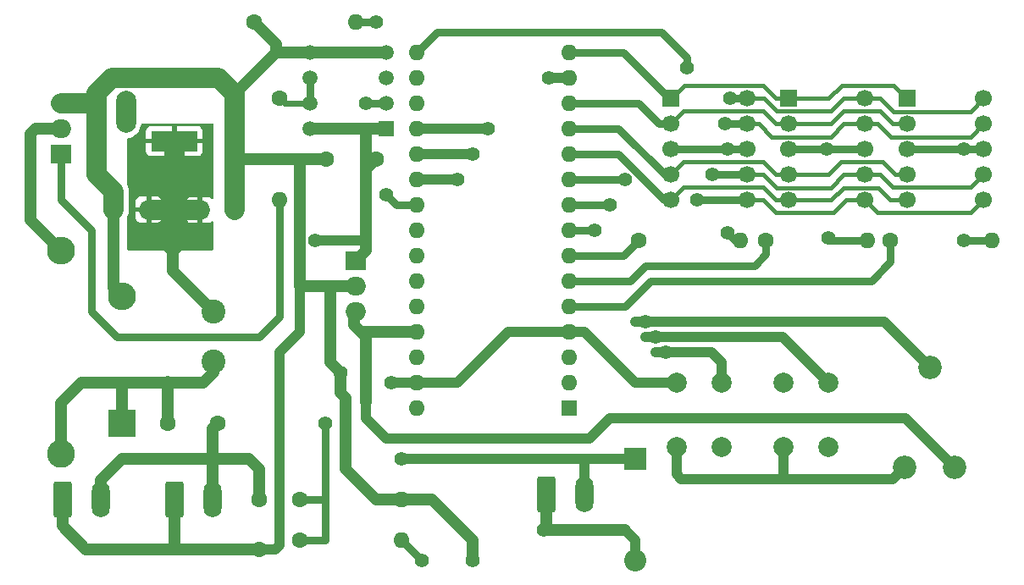
<source format=gbr>
%TF.GenerationSoftware,KiCad,Pcbnew,8.0.8*%
%TF.CreationDate,2025-02-27T09:53:06+01:00*%
%TF.ProjectId,nebulizer,6e656275-6c69-47a6-9572-2e6b69636164,rev?*%
%TF.SameCoordinates,Original*%
%TF.FileFunction,Copper,L2,Bot*%
%TF.FilePolarity,Positive*%
%FSLAX46Y46*%
G04 Gerber Fmt 4.6, Leading zero omitted, Abs format (unit mm)*
G04 Created by KiCad (PCBNEW 8.0.8) date 2025-02-27 09:53:06*
%MOMM*%
%LPD*%
G01*
G04 APERTURE LIST*
G04 Aperture macros list*
%AMRoundRect*
0 Rectangle with rounded corners*
0 $1 Rounding radius*
0 $2 $3 $4 $5 $6 $7 $8 $9 X,Y pos of 4 corners*
0 Add a 4 corners polygon primitive as box body*
4,1,4,$2,$3,$4,$5,$6,$7,$8,$9,$2,$3,0*
0 Add four circle primitives for the rounded corners*
1,1,$1+$1,$2,$3*
1,1,$1+$1,$4,$5*
1,1,$1+$1,$6,$7*
1,1,$1+$1,$8,$9*
0 Add four rect primitives between the rounded corners*
20,1,$1+$1,$2,$3,$4,$5,0*
20,1,$1+$1,$4,$5,$6,$7,0*
20,1,$1+$1,$6,$7,$8,$9,0*
20,1,$1+$1,$8,$9,$2,$3,0*%
G04 Aperture macros list end*
%TA.AperFunction,ComponentPad*%
%ADD10C,2.340000*%
%TD*%
%TA.AperFunction,ComponentPad*%
%ADD11RoundRect,0.250000X-0.650000X-1.550000X0.650000X-1.550000X0.650000X1.550000X-0.650000X1.550000X0*%
%TD*%
%TA.AperFunction,ComponentPad*%
%ADD12O,1.800000X3.600000*%
%TD*%
%TA.AperFunction,ComponentPad*%
%ADD13C,1.600000*%
%TD*%
%TA.AperFunction,ComponentPad*%
%ADD14O,1.600000X1.600000*%
%TD*%
%TA.AperFunction,ComponentPad*%
%ADD15R,1.700000X1.700000*%
%TD*%
%TA.AperFunction,ComponentPad*%
%ADD16C,1.700000*%
%TD*%
%TA.AperFunction,ComponentPad*%
%ADD17R,2.000000X1.905000*%
%TD*%
%TA.AperFunction,ComponentPad*%
%ADD18O,2.000000X1.905000*%
%TD*%
%TA.AperFunction,ComponentPad*%
%ADD19R,1.600000X1.600000*%
%TD*%
%TA.AperFunction,ComponentPad*%
%ADD20R,2.200000X2.200000*%
%TD*%
%TA.AperFunction,ComponentPad*%
%ADD21O,2.200000X2.200000*%
%TD*%
%TA.AperFunction,ComponentPad*%
%ADD22C,2.800000*%
%TD*%
%TA.AperFunction,ComponentPad*%
%ADD23O,2.800000X2.800000*%
%TD*%
%TA.AperFunction,ComponentPad*%
%ADD24R,4.600000X2.000000*%
%TD*%
%TA.AperFunction,ComponentPad*%
%ADD25O,4.200000X2.000000*%
%TD*%
%TA.AperFunction,ComponentPad*%
%ADD26O,2.000000X4.200000*%
%TD*%
%TA.AperFunction,ComponentPad*%
%ADD27R,1.200000X1.200000*%
%TD*%
%TA.AperFunction,ComponentPad*%
%ADD28C,1.200000*%
%TD*%
%TA.AperFunction,ComponentPad*%
%ADD29R,1.498600X1.498600*%
%TD*%
%TA.AperFunction,ComponentPad*%
%ADD30C,1.498600*%
%TD*%
%TA.AperFunction,ComponentPad*%
%ADD31C,2.400000*%
%TD*%
%TA.AperFunction,ComponentPad*%
%ADD32C,2.000000*%
%TD*%
%TA.AperFunction,ComponentPad*%
%ADD33R,2.800000X2.800000*%
%TD*%
%TA.AperFunction,ViaPad*%
%ADD34C,1.400000*%
%TD*%
%TA.AperFunction,Conductor*%
%ADD35C,0.400000*%
%TD*%
%TA.AperFunction,Conductor*%
%ADD36C,0.800000*%
%TD*%
%TA.AperFunction,Conductor*%
%ADD37C,2.000000*%
%TD*%
%TA.AperFunction,Conductor*%
%ADD38C,1.000000*%
%TD*%
%TA.AperFunction,Conductor*%
%ADD39C,1.200000*%
%TD*%
%TA.AperFunction,Conductor*%
%ADD40C,0.600000*%
%TD*%
G04 APERTURE END LIST*
D10*
%TO.P,RV1,1,1*%
%TO.N,+5V*%
X125944000Y-68928000D03*
%TO.P,RV1,2,2*%
%TO.N,Net-(A1-A0)*%
X123444000Y-58928000D03*
%TO.P,RV1,3,3*%
%TO.N,GND*%
X120944000Y-68928000D03*
%TD*%
D11*
%TO.P,J1,1,Pin_1*%
%TO.N,GND*%
X36724000Y-72186000D03*
D12*
%TO.P,J1,2,Pin_2*%
%TO.N,Net-(J1-Pin_2)*%
X40534000Y-72186000D03*
%TD*%
D13*
%TO.P,R2,1*%
%TO.N,DIG_2*%
X107000000Y-46230000D03*
D14*
%TO.P,R2,2*%
%TO.N,Net-(R2-Pad2)*%
X117160000Y-46230000D03*
%TD*%
D15*
%TO.P,U1,1,G*%
%TO.N,SEG_G*%
X97536000Y-32070000D03*
D16*
%TO.P,U1,2,F*%
%TO.N,SEG_F*%
X97536000Y-34610000D03*
%TO.P,U1,3,CC*%
%TO.N,Net-(R3-Pad2)*%
X97536000Y-37150000D03*
%TO.P,U1,4,E*%
%TO.N,SEG_E*%
X97536000Y-39690000D03*
%TO.P,U1,5,D*%
%TO.N,SEG_D*%
X97536000Y-42230000D03*
%TO.P,U1,6,DP*%
%TO.N,SEG_DP*%
X105156000Y-42230000D03*
%TO.P,U1,7,C*%
%TO.N,SEG_C*%
X105156000Y-39690000D03*
%TO.P,U1,8,CC*%
%TO.N,Net-(R3-Pad2)*%
X105156000Y-37150000D03*
%TO.P,U1,9,B*%
%TO.N,SEG_B*%
X105156000Y-34610000D03*
%TO.P,U1,10,A*%
%TO.N,SEG_A*%
X105156000Y-32070000D03*
%TD*%
D11*
%TO.P,J2,1,Pin_1*%
%TO.N,GND*%
X47894000Y-72186000D03*
D12*
%TO.P,J2,2,Pin_2*%
%TO.N,Net-(J1-Pin_2)*%
X51704000Y-72186000D03*
%TD*%
D13*
%TO.P,C1,1*%
%TO.N,Net-(D1-A1)*%
X47218000Y-64566000D03*
%TO.P,C1,2*%
%TO.N,Net-(J1-Pin_2)*%
X52218000Y-64566000D03*
%TD*%
D17*
%TO.P,U5,1,IN*%
%TO.N,+12V*%
X66040000Y-48260000D03*
D18*
%TO.P,U5,2,GND*%
%TO.N,GND*%
X66040000Y-50800000D03*
%TO.P,U5,3,OUT*%
%TO.N,+5V*%
X66040000Y-53340000D03*
%TD*%
D13*
%TO.P,R6,1*%
%TO.N,Pumpe*%
X60451000Y-76214000D03*
D14*
%TO.P,R6,2*%
%TO.N,Net-(Q2-G)*%
X70611000Y-76214000D03*
%TD*%
D19*
%TO.P,C3,1*%
%TO.N,+12V*%
X45354000Y-43180000D03*
D13*
%TO.P,C3,2*%
%TO.N,GND*%
X41854000Y-43180000D03*
%TD*%
D20*
%TO.P,D2,1,K*%
%TO.N,+12V*%
X93980000Y-68072000D03*
D21*
%TO.P,D2,2,A*%
%TO.N,Net-(D2-A)*%
X93980000Y-78232000D03*
%TD*%
D13*
%TO.P,R8,1*%
%TO.N,GND*%
X55880000Y-24384000D03*
D14*
%TO.P,R8,2*%
%TO.N,Net-(A1-D11)*%
X66040000Y-24384000D03*
%TD*%
D19*
%TO.P,A1,1,D1/TX*%
%TO.N,unconnected-(A1-D1{slash}TX-Pad1)*%
X87376000Y-62992000D03*
D14*
%TO.P,A1,2,D0/RX*%
%TO.N,unconnected-(A1-D0{slash}RX-Pad2)*%
X87376000Y-60452000D03*
%TO.P,A1,3,~{RESET}*%
%TO.N,unconnected-(A1-~{RESET}-Pad3)*%
X87376000Y-57912000D03*
%TO.P,A1,4,GND*%
%TO.N,GND*%
X87376000Y-55372000D03*
%TO.P,A1,5,D2*%
%TO.N,DIG_1*%
X87376000Y-52832000D03*
%TO.P,A1,6,D3*%
%TO.N,DIG_2*%
X87376000Y-50292000D03*
%TO.P,A1,7,D4*%
%TO.N,DIG_3*%
X87376000Y-47752000D03*
%TO.P,A1,8,D5*%
%TO.N,SEG_A*%
X87376000Y-45212000D03*
%TO.P,A1,9,D6*%
%TO.N,SEG_B*%
X87376000Y-42672000D03*
%TO.P,A1,10,D7*%
%TO.N,SEG_C*%
X87376000Y-40132000D03*
%TO.P,A1,11,D8*%
%TO.N,SEG_D*%
X87376000Y-37592000D03*
%TO.P,A1,12,D9*%
%TO.N,SEG_E*%
X87376000Y-35052000D03*
%TO.P,A1,13,D10*%
%TO.N,SEG_F*%
X87376000Y-32512000D03*
%TO.P,A1,14,D11*%
%TO.N,Net-(A1-D11)*%
X87376000Y-29972000D03*
%TO.P,A1,15,D12*%
%TO.N,SEG_G*%
X87376000Y-27432000D03*
%TO.P,A1,16,D13*%
%TO.N,SEG_DP*%
X72136000Y-27432000D03*
%TO.P,A1,17,3V3*%
%TO.N,unconnected-(A1-3V3-Pad17)*%
X72136000Y-29972000D03*
%TO.P,A1,18,AREF*%
%TO.N,unconnected-(A1-AREF-Pad18)*%
X72136000Y-32512000D03*
%TO.P,A1,19,A0*%
%TO.N,Net-(A1-A0)*%
X72136000Y-35052000D03*
%TO.P,A1,20,A1*%
%TO.N,Net-(A1-A1)*%
X72136000Y-37592000D03*
%TO.P,A1,21,A2*%
%TO.N,Net-(A1-A2)*%
X72136000Y-40132000D03*
%TO.P,A1,22,A3*%
%TO.N,Pumpe*%
X72136000Y-42672000D03*
%TO.P,A1,23,A4*%
%TO.N,unconnected-(A1-A4-Pad23)*%
X72136000Y-45212000D03*
%TO.P,A1,24,A5*%
%TO.N,unconnected-(A1-A5-Pad24)*%
X72136000Y-47752000D03*
%TO.P,A1,25,A6*%
%TO.N,unconnected-(A1-A6-Pad25)*%
X72136000Y-50292000D03*
%TO.P,A1,26,A7*%
%TO.N,unconnected-(A1-A7-Pad26)*%
X72136000Y-52832000D03*
%TO.P,A1,27,+5V*%
%TO.N,+5V*%
X72136000Y-55372000D03*
%TO.P,A1,28,~{RESET}*%
%TO.N,unconnected-(A1-~{RESET}-Pad28)*%
X72136000Y-57912000D03*
%TO.P,A1,29,GND*%
%TO.N,GND*%
X72136000Y-60452000D03*
%TO.P,A1,30,VIN*%
%TO.N,unconnected-(A1-VIN-Pad30)*%
X72136000Y-62992000D03*
%TD*%
D22*
%TO.P,R5,1*%
%TO.N,Net-(D1-A1)*%
X36576000Y-67564000D03*
D23*
%TO.P,R5,2*%
%TO.N,Net-(Q1-D)*%
X36576000Y-47244000D03*
%TD*%
D24*
%TO.P,J4,1*%
%TO.N,+12V*%
X47894000Y-36322000D03*
D25*
%TO.P,J4,2*%
%TO.N,GND*%
X47894000Y-30022000D03*
D26*
%TO.P,J4,3*%
%TO.N,unconnected-(J4-Pad3)*%
X43094000Y-33422000D03*
%TD*%
D15*
%TO.P,U3,1,G*%
%TO.N,SEG_G*%
X121146000Y-32070000D03*
D16*
%TO.P,U3,2,F*%
%TO.N,SEG_F*%
X121146000Y-34610000D03*
%TO.P,U3,3,CC*%
%TO.N,Net-(R1-Pad2)*%
X121146000Y-37150000D03*
%TO.P,U3,4,E*%
%TO.N,SEG_E*%
X121146000Y-39690000D03*
%TO.P,U3,5,D*%
%TO.N,SEG_D*%
X121146000Y-42230000D03*
%TO.P,U3,6,DP*%
%TO.N,SEG_DP*%
X128766000Y-42230000D03*
%TO.P,U3,7,C*%
%TO.N,SEG_C*%
X128766000Y-39690000D03*
%TO.P,U3,8,CC*%
%TO.N,Net-(R1-Pad2)*%
X128766000Y-37150000D03*
%TO.P,U3,9,B*%
%TO.N,SEG_B*%
X128766000Y-34610000D03*
%TO.P,U3,10,A*%
%TO.N,SEG_A*%
X128766000Y-32070000D03*
%TD*%
D27*
%TO.P,C5,1*%
%TO.N,+5V*%
X67056000Y-61976000D03*
D28*
%TO.P,C5,2*%
%TO.N,GND*%
X65056000Y-61976000D03*
%TD*%
D13*
%TO.P,C4,1*%
%TO.N,GND*%
X63072000Y-38100000D03*
%TO.P,C4,2*%
%TO.N,+12V*%
X68072000Y-38100000D03*
%TD*%
D17*
%TO.P,Q1,1,G*%
%TO.N,Net-(Q1-G)*%
X36576000Y-37592000D03*
D18*
%TO.P,Q1,2,D*%
%TO.N,Net-(Q1-D)*%
X36576000Y-35052000D03*
%TO.P,Q1,3,S*%
%TO.N,GND*%
X36576000Y-32512000D03*
%TD*%
D13*
%TO.P,C2,1*%
%TO.N,GND*%
X56388000Y-77136000D03*
%TO.P,C2,2*%
%TO.N,Net-(J1-Pin_2)*%
X56388000Y-72136000D03*
%TD*%
D29*
%TO.P,U4,1,VDD_2*%
%TO.N,+12V*%
X69088000Y-35052000D03*
D30*
%TO.P,U4,2,INPUT*%
%TO.N,Net-(A1-D11)*%
X69088000Y-32512000D03*
%TO.P,U4,3,NC*%
%TO.N,unconnected-(U4-NC-Pad3)*%
X69088000Y-29972000D03*
%TO.P,U4,4,GND_2*%
%TO.N,GND*%
X69088000Y-27432000D03*
%TO.P,U4,5,GND*%
X61468000Y-27432000D03*
%TO.P,U4,6,~OUT_2*%
%TO.N,Net-(U4-~OUT)*%
X61468000Y-29972000D03*
%TO.P,U4,7,~OUT*%
X61468000Y-32512000D03*
%TO.P,U4,8,VDD*%
%TO.N,+12V*%
X61468000Y-35052000D03*
%TD*%
D31*
%TO.P,L1,1,1*%
%TO.N,+12V*%
X51816000Y-53380000D03*
%TO.P,L1,2,2*%
%TO.N,Net-(D1-A1)*%
X51816000Y-58380000D03*
%TD*%
D19*
%TO.P,C6,1*%
%TO.N,+12V*%
X50434000Y-43230000D03*
D13*
%TO.P,C6,2*%
%TO.N,GND*%
X53934000Y-43230000D03*
%TD*%
%TO.P,R3,1*%
%TO.N,DIG_3*%
X94300000Y-46230000D03*
D14*
%TO.P,R3,2*%
%TO.N,Net-(R3-Pad2)*%
X104460000Y-46230000D03*
%TD*%
D32*
%TO.P,SW1,1,1*%
%TO.N,GND*%
X108784000Y-66952000D03*
X108784000Y-60452000D03*
%TO.P,SW1,2,2*%
%TO.N,Net-(A1-A1)*%
X113284000Y-66952000D03*
X113284000Y-60452000D03*
%TD*%
D15*
%TO.P,U2,1,G*%
%TO.N,SEG_G*%
X109341000Y-32070000D03*
D16*
%TO.P,U2,2,F*%
%TO.N,SEG_F*%
X109341000Y-34610000D03*
%TO.P,U2,3,CC*%
%TO.N,Net-(R2-Pad2)*%
X109341000Y-37150000D03*
%TO.P,U2,4,E*%
%TO.N,SEG_E*%
X109341000Y-39690000D03*
%TO.P,U2,5,D*%
%TO.N,SEG_D*%
X109341000Y-42230000D03*
%TO.P,U2,6,DP*%
%TO.N,SEG_DP*%
X116961000Y-42230000D03*
%TO.P,U2,7,C*%
%TO.N,SEG_C*%
X116961000Y-39690000D03*
%TO.P,U2,8,CC*%
%TO.N,Net-(R2-Pad2)*%
X116961000Y-37150000D03*
%TO.P,U2,9,B*%
%TO.N,SEG_B*%
X116961000Y-34610000D03*
%TO.P,U2,10,A*%
%TO.N,SEG_A*%
X116961000Y-32070000D03*
%TD*%
D11*
%TO.P,J3,1,Pin_1*%
%TO.N,Net-(D2-A)*%
X85088000Y-71628000D03*
D12*
%TO.P,J3,2,Pin_2*%
%TO.N,+12V*%
X88898000Y-71628000D03*
%TD*%
D33*
%TO.P,D1,1,A1*%
%TO.N,Net-(D1-A1)*%
X42672000Y-64516000D03*
D23*
%TO.P,D1,2,A2*%
%TO.N,GND*%
X42672000Y-51816000D03*
%TD*%
D32*
%TO.P,SW2,1,1*%
%TO.N,GND*%
X98116000Y-66952000D03*
X98116000Y-60452000D03*
%TO.P,SW2,2,2*%
%TO.N,Net-(A1-A2)*%
X102616000Y-66952000D03*
X102616000Y-60452000D03*
%TD*%
D13*
%TO.P,R4,1*%
%TO.N,Net-(U4-~OUT)*%
X58420000Y-32004000D03*
D14*
%TO.P,R4,2*%
%TO.N,Net-(Q1-G)*%
X58420000Y-42164000D03*
%TD*%
D13*
%TO.P,R1,1*%
%TO.N,DIG_1*%
X119500000Y-46230000D03*
D14*
%TO.P,R1,2*%
%TO.N,Net-(R1-Pad2)*%
X129660000Y-46230000D03*
%TD*%
D13*
%TO.P,R7,1*%
%TO.N,Pumpe*%
X60451000Y-72136000D03*
D14*
%TO.P,R7,2*%
%TO.N,GND*%
X70611000Y-72136000D03*
%TD*%
D34*
%TO.N,SEG_A*%
X89916000Y-45212000D03*
X103444000Y-32070000D03*
%TO.N,GND*%
X64516000Y-59436000D03*
X69596000Y-60452000D03*
X77723000Y-78232000D03*
%TO.N,SEG_B*%
X91440000Y-42672000D03*
X102936000Y-34544000D03*
%TO.N,SEG_DP*%
X99126000Y-28956000D03*
X100142000Y-42164000D03*
%TO.N,SEG_C*%
X101666000Y-39624000D03*
X92964000Y-40132000D03*
%TO.N,Net-(R1-Pad2)*%
X126812000Y-37084000D03*
X126812000Y-46228000D03*
%TO.N,Net-(R2-Pad2)*%
X113260000Y-45974000D03*
X113096000Y-37150000D03*
%TO.N,Net-(R3-Pad2)*%
X103190000Y-37150000D03*
X103190000Y-45466000D03*
%TO.N,Net-(A1-A0)*%
X94996000Y-54356000D03*
X79248000Y-35052000D03*
%TO.N,Net-(A1-A1)*%
X77724000Y-37592000D03*
X96012000Y-55880000D03*
%TO.N,Pumpe*%
X69088000Y-41656000D03*
X62992000Y-64516000D03*
%TO.N,Net-(A1-D11)*%
X69088000Y-32512000D03*
X68072000Y-24384000D03*
X67056000Y-32512000D03*
X85344000Y-29972000D03*
%TO.N,+12V*%
X47752000Y-46736000D03*
X61952000Y-46228000D03*
X50800000Y-46228000D03*
X70612000Y-68072000D03*
%TO.N,Net-(D2-A)*%
X84835000Y-75184000D03*
%TO.N,Net-(Q2-G)*%
X72643000Y-78232000D03*
%TO.N,Net-(A1-A2)*%
X97028000Y-57404000D03*
X76200000Y-40132000D03*
%TO.N,Net-(D1-A1)*%
X47244000Y-60452000D03*
%TD*%
D35*
%TO.N,SEG_A*%
X127476000Y-33360000D02*
X128766000Y-32070000D01*
D36*
X103444000Y-32070000D02*
X105156000Y-32070000D01*
D35*
X114808000Y-32070000D02*
X116961000Y-32070000D01*
X113558000Y-33320000D02*
X114808000Y-32070000D01*
X118496000Y-32070000D02*
X119786000Y-33360000D01*
D36*
X87376000Y-45212000D02*
X89916000Y-45212000D01*
D35*
X106841000Y-32070000D02*
X108091000Y-33320000D01*
X119786000Y-33360000D02*
X127476000Y-33360000D01*
X105156000Y-32070000D02*
X106841000Y-32070000D01*
X108091000Y-33320000D02*
X113558000Y-33320000D01*
X116961000Y-32070000D02*
X118496000Y-32070000D01*
D37*
%TO.N,GND*%
X52274000Y-30022000D02*
X47894000Y-30022000D01*
D38*
X98552000Y-70104000D02*
X108712000Y-70104000D01*
D39*
X63072000Y-38100000D02*
X61976000Y-38100000D01*
X65056000Y-61976000D02*
X65024000Y-61976000D01*
D38*
X98116000Y-66952000D02*
X98116000Y-69668000D01*
D39*
X58084000Y-26588000D02*
X55880000Y-24384000D01*
D38*
X87376000Y-55372000D02*
X81280000Y-55372000D01*
D37*
X53934000Y-43230000D02*
X53934000Y-38100000D01*
X40132000Y-39624000D02*
X40132000Y-32512000D01*
D39*
X61976000Y-38100000D02*
X53934000Y-38100000D01*
D38*
X108784000Y-66952000D02*
X108784000Y-70032000D01*
D39*
X64516000Y-59436000D02*
X63500000Y-58420000D01*
X70611000Y-72136000D02*
X68071000Y-72136000D01*
X77723000Y-78232000D02*
X77723000Y-76200000D01*
D38*
X56388000Y-77136000D02*
X57992000Y-77136000D01*
D37*
X41854000Y-43180000D02*
X41854000Y-41346000D01*
D39*
X58084000Y-27432000D02*
X58084000Y-26588000D01*
X47894000Y-72186000D02*
X47894000Y-76994000D01*
X63500000Y-58420000D02*
X63500000Y-50800000D01*
D38*
X108712000Y-70104000D02*
X119768000Y-70104000D01*
D39*
X47752000Y-77136000D02*
X39036000Y-77136000D01*
X65024000Y-61976000D02*
X64516000Y-61468000D01*
X77723000Y-76200000D02*
X73659000Y-72136000D01*
X60452000Y-50800000D02*
X60452000Y-38100000D01*
D38*
X93980000Y-60452000D02*
X88900000Y-55372000D01*
X119768000Y-70104000D02*
X120944000Y-68928000D01*
D39*
X66040000Y-50800000D02*
X64516000Y-50800000D01*
D38*
X108784000Y-70032000D02*
X108712000Y-70104000D01*
D39*
X58084000Y-27432000D02*
X53934000Y-31582000D01*
X56388000Y-77136000D02*
X47752000Y-77136000D01*
X61468000Y-27432000D02*
X58084000Y-27432000D01*
D38*
X88900000Y-55372000D02*
X87376000Y-55372000D01*
D37*
X41854000Y-41346000D02*
X40132000Y-39624000D01*
D38*
X98116000Y-69668000D02*
X98552000Y-70104000D01*
D37*
X41706000Y-30022000D02*
X47894000Y-30022000D01*
D38*
X58420000Y-76708000D02*
X58420000Y-57404000D01*
X60452000Y-55372000D02*
X60452000Y-50800000D01*
D37*
X40132000Y-32512000D02*
X36576000Y-32512000D01*
D38*
X93980000Y-60452000D02*
X98116000Y-60452000D01*
D39*
X39036000Y-77136000D02*
X36724000Y-74824000D01*
D37*
X53934000Y-31582000D02*
X52324000Y-29972000D01*
D38*
X72136000Y-60452000D02*
X69596000Y-60452000D01*
X76200000Y-60452000D02*
X72136000Y-60452000D01*
D37*
X41656000Y-29972000D02*
X41706000Y-30022000D01*
D38*
X81280000Y-55372000D02*
X76200000Y-60452000D01*
D39*
X69088000Y-27432000D02*
X61468000Y-27432000D01*
X41854000Y-50998000D02*
X42672000Y-51816000D01*
X60452000Y-38100000D02*
X61976000Y-38100000D01*
D38*
X58420000Y-57404000D02*
X60452000Y-55372000D01*
D39*
X41854000Y-43180000D02*
X41854000Y-50998000D01*
X36724000Y-74824000D02*
X36724000Y-72186000D01*
D37*
X53934000Y-38100000D02*
X53934000Y-31582000D01*
D39*
X64516000Y-61468000D02*
X64516000Y-59436000D01*
D37*
X40132000Y-32512000D02*
X40132000Y-31496000D01*
D39*
X68071000Y-72136000D02*
X65056000Y-69121000D01*
D38*
X57992000Y-77136000D02*
X58420000Y-76708000D01*
D39*
X65056000Y-69121000D02*
X65056000Y-61976000D01*
X73659000Y-72136000D02*
X70611000Y-72136000D01*
X63500000Y-50800000D02*
X60452000Y-50800000D01*
X47894000Y-76994000D02*
X47752000Y-77136000D01*
D37*
X52324000Y-29972000D02*
X52274000Y-30022000D01*
X40132000Y-31496000D02*
X41656000Y-29972000D01*
D39*
X64516000Y-50800000D02*
X63500000Y-50800000D01*
D36*
%TO.N,DIG_2*%
X105894000Y-48768000D02*
X107000000Y-47662000D01*
X94996000Y-48768000D02*
X105894000Y-48768000D01*
X87376000Y-50292000D02*
X93472000Y-50292000D01*
X107000000Y-47662000D02*
X107000000Y-46230000D01*
X93472000Y-50292000D02*
X94996000Y-48768000D01*
%TO.N,SEG_B*%
X103002000Y-34610000D02*
X102936000Y-34544000D01*
D35*
X106358081Y-34610000D02*
X107648081Y-35900000D01*
X119532000Y-35900000D02*
X127476000Y-35900000D01*
X116961000Y-34610000D02*
X118242000Y-34610000D01*
D36*
X105156000Y-34610000D02*
X103002000Y-34610000D01*
D35*
X113518000Y-35900000D02*
X114808000Y-34610000D01*
X127476000Y-35900000D02*
X128766000Y-34610000D01*
X107648081Y-35900000D02*
X113518000Y-35900000D01*
X118242000Y-34610000D02*
X119532000Y-35900000D01*
X105156000Y-34610000D02*
X106358081Y-34610000D01*
X114808000Y-34610000D02*
X116961000Y-34610000D01*
D36*
X91440000Y-42672000D02*
X87376000Y-42672000D01*
D39*
%TO.N,+5V*%
X67056000Y-61976000D02*
X67056000Y-55880000D01*
X72136000Y-55372000D02*
X66548000Y-55372000D01*
D38*
X69088000Y-66040000D02*
X67056000Y-64008000D01*
X67056000Y-64008000D02*
X67056000Y-61976000D01*
X121024000Y-64008000D02*
X91440000Y-64008000D01*
D39*
X65916000Y-54740000D02*
X65916000Y-53464000D01*
D38*
X125944000Y-68928000D02*
X121024000Y-64008000D01*
X91440000Y-64008000D02*
X89408000Y-66040000D01*
X89408000Y-66040000D02*
X69088000Y-66040000D01*
D39*
X66548000Y-55372000D02*
X66294000Y-55118000D01*
X67056000Y-55880000D02*
X66294000Y-55118000D01*
X65916000Y-53464000D02*
X66040000Y-53340000D01*
X66294000Y-55118000D02*
X65916000Y-54740000D01*
D36*
%TO.N,DIG_3*%
X87376000Y-47752000D02*
X92778000Y-47752000D01*
X92778000Y-47752000D02*
X94300000Y-46230000D01*
%TO.N,SEG_DP*%
X74168000Y-25400000D02*
X96586000Y-25400000D01*
X74168000Y-25400000D02*
X72136000Y-27432000D01*
X99126000Y-28956000D02*
X99126000Y-27940000D01*
D35*
X113812000Y-43480000D02*
X115062000Y-42230000D01*
X108062000Y-43480000D02*
X113812000Y-43480000D01*
D36*
X100208000Y-42230000D02*
X105156000Y-42230000D01*
X100142000Y-42164000D02*
X100208000Y-42230000D01*
D35*
X127516000Y-43480000D02*
X128766000Y-42230000D01*
X115062000Y-42230000D02*
X116961000Y-42230000D01*
X106812000Y-42230000D02*
X108062000Y-43480000D01*
X116961000Y-42230000D02*
X118211000Y-43480000D01*
X105156000Y-42230000D02*
X106812000Y-42230000D01*
X118211000Y-43480000D02*
X127516000Y-43480000D01*
D36*
X99126000Y-27940000D02*
X96586000Y-25400000D01*
D35*
%TO.N,SEG_E*%
X120020000Y-39690000D02*
X121146000Y-39690000D01*
D36*
X87376000Y-35052000D02*
X92331500Y-35052000D01*
D35*
X108082000Y-39690000D02*
X109341000Y-39690000D01*
X97536000Y-39690000D02*
X98826000Y-38400000D01*
X98826000Y-38400000D02*
X106792000Y-38400000D01*
D36*
X97536000Y-39690000D02*
X96969500Y-39690000D01*
D35*
X113284000Y-39690000D02*
X114574000Y-38400000D01*
X118730000Y-38400000D02*
X120020000Y-39690000D01*
D36*
X96969500Y-39690000D02*
X92331500Y-35052000D01*
D35*
X106792000Y-38400000D02*
X108082000Y-39690000D01*
X109341000Y-39690000D02*
X113284000Y-39690000D01*
X114574000Y-38400000D02*
X118730000Y-38400000D01*
%TO.N,SEG_D*%
X97536000Y-42230000D02*
X98826000Y-40940000D01*
X106792000Y-40940000D02*
X108082000Y-42230000D01*
X113538000Y-42230000D02*
X114788000Y-40980000D01*
X114788000Y-40980000D02*
X118262000Y-40980000D01*
D36*
X87376000Y-37592000D02*
X92268000Y-37592000D01*
D35*
X98826000Y-40940000D02*
X106792000Y-40940000D01*
D36*
X96906000Y-42230000D02*
X92268000Y-37592000D01*
D35*
X119512000Y-42230000D02*
X121146000Y-42230000D01*
X109341000Y-42230000D02*
X113538000Y-42230000D01*
X118262000Y-40980000D02*
X119512000Y-42230000D01*
X108082000Y-42230000D02*
X109341000Y-42230000D01*
D36*
X97536000Y-42230000D02*
X96906000Y-42230000D01*
D35*
%TO.N,SEG_G*%
X98872000Y-30734000D02*
X106746000Y-30734000D01*
D36*
X87376000Y-27432000D02*
X92776000Y-27432000D01*
D35*
X97536000Y-32070000D02*
X98872000Y-30734000D01*
D36*
X97414000Y-32070000D02*
X92776000Y-27432000D01*
D35*
X109341000Y-32070000D02*
X113284000Y-32070000D01*
X113284000Y-32070000D02*
X114620000Y-30734000D01*
X119810000Y-30734000D02*
X121146000Y-32070000D01*
D36*
X97536000Y-32070000D02*
X97414000Y-32070000D01*
D35*
X108082000Y-32070000D02*
X109341000Y-32070000D01*
X114620000Y-30734000D02*
X119810000Y-30734000D01*
X106746000Y-30734000D02*
X108082000Y-32070000D01*
D36*
%TO.N,DIG_1*%
X119500000Y-48370000D02*
X119500000Y-46230000D01*
X117578000Y-50292000D02*
X119500000Y-48370000D01*
X87376000Y-52832000D02*
X92964000Y-52832000D01*
X95504000Y-50292000D02*
X117578000Y-50292000D01*
X92964000Y-52832000D02*
X95504000Y-50292000D01*
D35*
%TO.N,SEG_F*%
X97536000Y-34610000D02*
X98826000Y-33320000D01*
D36*
X87376000Y-32512000D02*
X94300000Y-32512000D01*
D35*
X108082000Y-34610000D02*
X109341000Y-34610000D01*
X114828000Y-33320000D02*
X118476000Y-33320000D01*
X118476000Y-33320000D02*
X119766000Y-34610000D01*
X119766000Y-34610000D02*
X121146000Y-34610000D01*
X109341000Y-34610000D02*
X113538000Y-34610000D01*
D36*
X97536000Y-34610000D02*
X96398000Y-34610000D01*
X96398000Y-34610000D02*
X94300000Y-32512000D01*
D35*
X98826000Y-33320000D02*
X106792000Y-33320000D01*
X113538000Y-34610000D02*
X114828000Y-33320000D01*
X106792000Y-33320000D02*
X108082000Y-34610000D01*
%TO.N,SEG_C*%
X114808000Y-39690000D02*
X116961000Y-39690000D01*
D36*
X101666000Y-39624000D02*
X101732000Y-39690000D01*
D35*
X118496000Y-39690000D02*
X119746000Y-40940000D01*
X113518000Y-40980000D02*
X114808000Y-39690000D01*
D36*
X87376000Y-40132000D02*
X92964000Y-40132000D01*
X101732000Y-39690000D02*
X105156000Y-39690000D01*
D35*
X106812000Y-39690000D02*
X108102000Y-40980000D01*
X105156000Y-39690000D02*
X106812000Y-39690000D01*
X127516000Y-40940000D02*
X128766000Y-39690000D01*
X116961000Y-39690000D02*
X118496000Y-39690000D01*
X119746000Y-40940000D02*
X127516000Y-40940000D01*
X108102000Y-40980000D02*
X113518000Y-40980000D01*
D36*
%TO.N,Net-(R1-Pad2)*%
X126814000Y-46230000D02*
X126812000Y-46228000D01*
X129660000Y-46230000D02*
X126814000Y-46230000D01*
X121146000Y-37150000D02*
X128766000Y-37150000D01*
%TO.N,Net-(R2-Pad2)*%
X113516000Y-46230000D02*
X113260000Y-45974000D01*
X117160000Y-46230000D02*
X113516000Y-46230000D01*
X109341000Y-37150000D02*
X116961000Y-37150000D01*
%TO.N,Net-(R3-Pad2)*%
X103190000Y-45466000D02*
X103954000Y-46230000D01*
X97536000Y-37150000D02*
X103190000Y-37150000D01*
X103190000Y-37150000D02*
X105156000Y-37150000D01*
X103954000Y-46230000D02*
X104460000Y-46230000D01*
D38*
%TO.N,Net-(A1-A0)*%
X118872000Y-54356000D02*
X93980000Y-54356000D01*
X123444000Y-58928000D02*
X118872000Y-54356000D01*
X72136000Y-35052000D02*
X79248000Y-35052000D01*
D39*
%TO.N,Net-(J1-Pin_2)*%
X40534000Y-72186000D02*
X40534000Y-70210000D01*
X51704000Y-65080000D02*
X52218000Y-64566000D01*
X51704000Y-72186000D02*
X51704000Y-68072000D01*
X40534000Y-70210000D02*
X42672000Y-68072000D01*
X56388000Y-72136000D02*
X56388000Y-69088000D01*
X55372000Y-68072000D02*
X51704000Y-68072000D01*
X51704000Y-68072000D02*
X51704000Y-65080000D01*
X42672000Y-68072000D02*
X51704000Y-68072000D01*
X56388000Y-69088000D02*
X55372000Y-68072000D01*
%TO.N,Net-(Q1-D)*%
X33528000Y-44196000D02*
X36576000Y-47244000D01*
X34036000Y-35052000D02*
X33528000Y-35560000D01*
X36576000Y-35052000D02*
X34036000Y-35052000D01*
X33528000Y-35560000D02*
X33528000Y-44196000D01*
D38*
%TO.N,Net-(A1-A1)*%
X108712000Y-55880000D02*
X94996000Y-55880000D01*
X72136000Y-37592000D02*
X77724000Y-37592000D01*
X113284000Y-60452000D02*
X108712000Y-55880000D01*
D36*
%TO.N,Pumpe*%
X62991000Y-64517000D02*
X62992000Y-64516000D01*
X62991000Y-72136000D02*
X62991000Y-76214000D01*
X60451000Y-72136000D02*
X62991000Y-72136000D01*
X62991000Y-72136000D02*
X62991000Y-64517000D01*
X72136000Y-42672000D02*
X70104000Y-42672000D01*
X60451000Y-76214000D02*
X62991000Y-76214000D01*
X70104000Y-42672000D02*
X69088000Y-41656000D01*
D38*
%TO.N,Net-(A1-D11)*%
X87376000Y-29972000D02*
X85344000Y-29972000D01*
D36*
X69088000Y-32512000D02*
X67056000Y-32512000D01*
X66040000Y-24384000D02*
X68072000Y-24384000D01*
D39*
%TO.N,+12V*%
X47752000Y-49276000D02*
X47752000Y-46736000D01*
X67056000Y-47244000D02*
X67056000Y-46228000D01*
D37*
X47752000Y-45720000D02*
X47752000Y-43180000D01*
X47894000Y-43038000D02*
X47752000Y-43180000D01*
D38*
X61952000Y-46228000D02*
X67056000Y-46228000D01*
D39*
X66040000Y-48260000D02*
X67056000Y-47244000D01*
D37*
X50800000Y-46228000D02*
X48260000Y-46228000D01*
X48260000Y-46228000D02*
X47752000Y-45720000D01*
D38*
X93980000Y-68072000D02*
X88900000Y-68072000D01*
D39*
X67056000Y-39116000D02*
X68072000Y-38100000D01*
D37*
X47752000Y-43180000D02*
X50384000Y-43180000D01*
X50384000Y-43180000D02*
X50434000Y-43230000D01*
D39*
X51816000Y-53380000D02*
X51816000Y-53340000D01*
X67056000Y-46228000D02*
X67056000Y-39116000D01*
D37*
X47752000Y-46736000D02*
X47752000Y-45720000D01*
D38*
X88900000Y-68072000D02*
X70612000Y-68072000D01*
D39*
X67056000Y-35052000D02*
X69088000Y-35052000D01*
D38*
X88898000Y-71628000D02*
X88898000Y-68074000D01*
D39*
X51816000Y-53340000D02*
X47752000Y-49276000D01*
D38*
X88898000Y-68074000D02*
X88900000Y-68072000D01*
D37*
X45354000Y-43180000D02*
X47752000Y-43180000D01*
X47894000Y-36322000D02*
X47894000Y-43038000D01*
D39*
X67056000Y-39116000D02*
X67056000Y-35052000D01*
X61468000Y-35052000D02*
X67056000Y-35052000D01*
%TO.N,Net-(D2-A)*%
X84835000Y-75184000D02*
X92963000Y-75184000D01*
X85088000Y-74931000D02*
X84835000Y-75184000D01*
D38*
X93980000Y-78232000D02*
X93980000Y-76200000D01*
D39*
X85088000Y-71628000D02*
X85088000Y-74931000D01*
D38*
X93980000Y-76200000D02*
X92964000Y-75184000D01*
D36*
%TO.N,Net-(Q1-G)*%
X56388000Y-55880000D02*
X58420000Y-53848000D01*
X36576000Y-37592000D02*
X36576000Y-42164000D01*
X39624000Y-45212000D02*
X39624000Y-53340000D01*
X42164000Y-55880000D02*
X56388000Y-55880000D01*
X58420000Y-53848000D02*
X58420000Y-42164000D01*
X39624000Y-53340000D02*
X42164000Y-55880000D01*
X36576000Y-42164000D02*
X39624000Y-45212000D01*
%TO.N,Net-(Q2-G)*%
X70625000Y-76214000D02*
X72643000Y-78232000D01*
X70611000Y-76214000D02*
X70625000Y-76214000D01*
D40*
%TO.N,Net-(U4-~OUT)*%
X58928000Y-32512000D02*
X58420000Y-32004000D01*
D36*
X61468000Y-32512000D02*
X61468000Y-29972000D01*
D40*
X61468000Y-32512000D02*
X58928000Y-32512000D01*
D38*
%TO.N,Net-(A1-A2)*%
X72136000Y-40132000D02*
X76200000Y-40132000D01*
X102616000Y-58420000D02*
X102616000Y-60452000D01*
X101600000Y-57404000D02*
X102616000Y-58420000D01*
X97536000Y-57404000D02*
X101600000Y-57404000D01*
X96012000Y-57404000D02*
X97536000Y-57404000D01*
D36*
X97028000Y-57404000D02*
X97536000Y-57404000D01*
D39*
%TO.N,Net-(D1-A1)*%
X50800000Y-60452000D02*
X47244000Y-60452000D01*
X42672000Y-60452000D02*
X38608000Y-60452000D01*
X47218000Y-60478000D02*
X47244000Y-60452000D01*
X38608000Y-60452000D02*
X36576000Y-62484000D01*
X51816000Y-58380000D02*
X51816000Y-59436000D01*
X51816000Y-59436000D02*
X50800000Y-60452000D01*
X47218000Y-64566000D02*
X47218000Y-60478000D01*
X36576000Y-62484000D02*
X36576000Y-67564000D01*
X42672000Y-64516000D02*
X42672000Y-60452000D01*
X47244000Y-60452000D02*
X42672000Y-60452000D01*
%TD*%
%TA.AperFunction,Conductor*%
%TO.N,+12V*%
G36*
X51759039Y-34563685D02*
G01*
X51804794Y-34616489D01*
X51816000Y-34668000D01*
X51816000Y-42000563D01*
X51796315Y-42067602D01*
X51743511Y-42113357D01*
X51674353Y-42123301D01*
X51610797Y-42094276D01*
X51592735Y-42074876D01*
X51591189Y-42072811D01*
X51591187Y-42072809D01*
X51476093Y-41986649D01*
X51476086Y-41986645D01*
X51341379Y-41936403D01*
X51341372Y-41936401D01*
X51281844Y-41930000D01*
X50684000Y-41930000D01*
X50684000Y-42914314D01*
X50679606Y-42909920D01*
X50588394Y-42857259D01*
X50486661Y-42830000D01*
X50381339Y-42830000D01*
X50279606Y-42857259D01*
X50188394Y-42909920D01*
X50184000Y-42914314D01*
X50184000Y-41930000D01*
X49586155Y-41930000D01*
X49526627Y-41936401D01*
X49526620Y-41936403D01*
X49391913Y-41986645D01*
X49391906Y-41986649D01*
X49276812Y-42072809D01*
X49276809Y-42072812D01*
X49190649Y-42187906D01*
X49190645Y-42187913D01*
X49140403Y-42322620D01*
X49140401Y-42322627D01*
X49134000Y-42382155D01*
X49134000Y-42980000D01*
X50118314Y-42980000D01*
X50113920Y-42984394D01*
X50061259Y-43075606D01*
X50034000Y-43177339D01*
X50034000Y-43282661D01*
X50061259Y-43384394D01*
X50113920Y-43475606D01*
X50118314Y-43480000D01*
X49134000Y-43480000D01*
X49134000Y-44077844D01*
X49140401Y-44137372D01*
X49140403Y-44137379D01*
X49190645Y-44272086D01*
X49190649Y-44272093D01*
X49276809Y-44387187D01*
X49276812Y-44387190D01*
X49391906Y-44473350D01*
X49391913Y-44473354D01*
X49526620Y-44523596D01*
X49526627Y-44523598D01*
X49586155Y-44529999D01*
X49586172Y-44530000D01*
X50184000Y-44530000D01*
X50184000Y-43545686D01*
X50188394Y-43550080D01*
X50279606Y-43602741D01*
X50381339Y-43630000D01*
X50486661Y-43630000D01*
X50588394Y-43602741D01*
X50679606Y-43550080D01*
X50684000Y-43545686D01*
X50684000Y-44530000D01*
X51281828Y-44530000D01*
X51281844Y-44529999D01*
X51341372Y-44523598D01*
X51341379Y-44523596D01*
X51476086Y-44473354D01*
X51476093Y-44473350D01*
X51591186Y-44387191D01*
X51592731Y-44385128D01*
X51594795Y-44383582D01*
X51597460Y-44380918D01*
X51597843Y-44381301D01*
X51648664Y-44343255D01*
X51718355Y-44338269D01*
X51779679Y-44371753D01*
X51813166Y-44433075D01*
X51816000Y-44459436D01*
X51816000Y-47120000D01*
X51796315Y-47187039D01*
X51743511Y-47232794D01*
X51692000Y-47244000D01*
X43304000Y-47244000D01*
X43236961Y-47224315D01*
X43191206Y-47171511D01*
X43180000Y-47120000D01*
X43180000Y-43912483D01*
X43193516Y-43856188D01*
X43244564Y-43756001D01*
X43244565Y-43755997D01*
X43244568Y-43755992D01*
X43317553Y-43531368D01*
X43354500Y-43298097D01*
X43354500Y-42332155D01*
X44054000Y-42332155D01*
X44054000Y-42930000D01*
X45038314Y-42930000D01*
X45033920Y-42934394D01*
X44981259Y-43025606D01*
X44954000Y-43127339D01*
X44954000Y-43232661D01*
X44981259Y-43334394D01*
X45033920Y-43425606D01*
X45038314Y-43430000D01*
X44054000Y-43430000D01*
X44054000Y-44027844D01*
X44060401Y-44087372D01*
X44060403Y-44087379D01*
X44110645Y-44222086D01*
X44110649Y-44222093D01*
X44196809Y-44337187D01*
X44196812Y-44337190D01*
X44311906Y-44423350D01*
X44311913Y-44423354D01*
X44446620Y-44473596D01*
X44446627Y-44473598D01*
X44506155Y-44479999D01*
X44506172Y-44480000D01*
X45104000Y-44480000D01*
X45104000Y-43495686D01*
X45108394Y-43500080D01*
X45199606Y-43552741D01*
X45301339Y-43580000D01*
X45406661Y-43580000D01*
X45508394Y-43552741D01*
X45599606Y-43500080D01*
X45604000Y-43495686D01*
X45604000Y-44480000D01*
X46201828Y-44480000D01*
X46201844Y-44479999D01*
X46261372Y-44473598D01*
X46261379Y-44473596D01*
X46396086Y-44423354D01*
X46396093Y-44423350D01*
X46511187Y-44337190D01*
X46511190Y-44337187D01*
X46597350Y-44222093D01*
X46597354Y-44222086D01*
X46647596Y-44087379D01*
X46647598Y-44087372D01*
X46653999Y-44027844D01*
X46654000Y-44027827D01*
X46654000Y-43430000D01*
X45669686Y-43430000D01*
X45674080Y-43425606D01*
X45726741Y-43334394D01*
X45754000Y-43232661D01*
X45754000Y-43127339D01*
X45726741Y-43025606D01*
X45674080Y-42934394D01*
X45669686Y-42930000D01*
X46654000Y-42930000D01*
X46654000Y-42332172D01*
X46653999Y-42332155D01*
X46647598Y-42272627D01*
X46647596Y-42272620D01*
X46597354Y-42137913D01*
X46597350Y-42137906D01*
X46511190Y-42022812D01*
X46511187Y-42022809D01*
X46396093Y-41936649D01*
X46396086Y-41936645D01*
X46261379Y-41886403D01*
X46261372Y-41886401D01*
X46201844Y-41880000D01*
X45604000Y-41880000D01*
X45604000Y-42864314D01*
X45599606Y-42859920D01*
X45508394Y-42807259D01*
X45406661Y-42780000D01*
X45301339Y-42780000D01*
X45199606Y-42807259D01*
X45108394Y-42859920D01*
X45104000Y-42864314D01*
X45104000Y-41880000D01*
X44506155Y-41880000D01*
X44446627Y-41886401D01*
X44446620Y-41886403D01*
X44311913Y-41936645D01*
X44311906Y-41936649D01*
X44196812Y-42022809D01*
X44196809Y-42022812D01*
X44110649Y-42137906D01*
X44110645Y-42137913D01*
X44060403Y-42272620D01*
X44060401Y-42272627D01*
X44054000Y-42332155D01*
X43354500Y-42332155D01*
X43354500Y-41227902D01*
X43317553Y-40994631D01*
X43303605Y-40951705D01*
X43244568Y-40770008D01*
X43193515Y-40669810D01*
X43180000Y-40613515D01*
X43180000Y-36133489D01*
X43199685Y-36066450D01*
X43252489Y-36020695D01*
X43284602Y-36011016D01*
X43445368Y-35985553D01*
X43669992Y-35912568D01*
X43880433Y-35805343D01*
X44071510Y-35666517D01*
X44238517Y-35499510D01*
X44377343Y-35308433D01*
X44394809Y-35274155D01*
X45094000Y-35274155D01*
X45094000Y-36072000D01*
X46160988Y-36072000D01*
X46128075Y-36129007D01*
X46094000Y-36256174D01*
X46094000Y-36387826D01*
X46128075Y-36514993D01*
X46160988Y-36572000D01*
X45094000Y-36572000D01*
X45094000Y-37369844D01*
X45100401Y-37429372D01*
X45100403Y-37429379D01*
X45150645Y-37564086D01*
X45150649Y-37564093D01*
X45236809Y-37679187D01*
X45236812Y-37679190D01*
X45351906Y-37765350D01*
X45351913Y-37765354D01*
X45486620Y-37815596D01*
X45486627Y-37815598D01*
X45546155Y-37821999D01*
X45546172Y-37822000D01*
X47644000Y-37822000D01*
X47644000Y-36822000D01*
X48144000Y-36822000D01*
X48144000Y-37822000D01*
X50241828Y-37822000D01*
X50241844Y-37821999D01*
X50301372Y-37815598D01*
X50301379Y-37815596D01*
X50436086Y-37765354D01*
X50436093Y-37765350D01*
X50551187Y-37679190D01*
X50551190Y-37679187D01*
X50637350Y-37564093D01*
X50637354Y-37564086D01*
X50687596Y-37429379D01*
X50687598Y-37429372D01*
X50693999Y-37369844D01*
X50694000Y-37369827D01*
X50694000Y-36572000D01*
X49627012Y-36572000D01*
X49659925Y-36514993D01*
X49694000Y-36387826D01*
X49694000Y-36256174D01*
X49659925Y-36129007D01*
X49627012Y-36072000D01*
X50694000Y-36072000D01*
X50694000Y-35274172D01*
X50693999Y-35274155D01*
X50687598Y-35214627D01*
X50687596Y-35214620D01*
X50637354Y-35079913D01*
X50637350Y-35079906D01*
X50551190Y-34964812D01*
X50551187Y-34964809D01*
X50436093Y-34878649D01*
X50436086Y-34878645D01*
X50301379Y-34828403D01*
X50301372Y-34828401D01*
X50241844Y-34822000D01*
X48144000Y-34822000D01*
X48144000Y-35822000D01*
X47644000Y-35822000D01*
X47644000Y-34822000D01*
X45546155Y-34822000D01*
X45486627Y-34828401D01*
X45486620Y-34828403D01*
X45351913Y-34878645D01*
X45351906Y-34878649D01*
X45236812Y-34964809D01*
X45236809Y-34964812D01*
X45150649Y-35079906D01*
X45150645Y-35079913D01*
X45100403Y-35214620D01*
X45100401Y-35214627D01*
X45094000Y-35274155D01*
X44394809Y-35274155D01*
X44484568Y-35097992D01*
X44557553Y-34873368D01*
X44565689Y-34822000D01*
X44593153Y-34648602D01*
X44623082Y-34585467D01*
X44682394Y-34548536D01*
X44715626Y-34544000D01*
X51692000Y-34544000D01*
X51759039Y-34563685D01*
G37*
%TD.AperFunction*%
%TD*%
M02*

</source>
